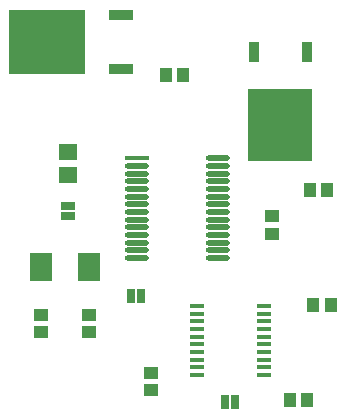
<source format=gtp>
G04*
G04 #@! TF.GenerationSoftware,Altium Limited,Altium Designer,23.2.1 (34)*
G04*
G04 Layer_Color=8421504*
%FSLAX25Y25*%
%MOIN*%
G70*
G04*
G04 #@! TF.SameCoordinates,7C5D3EEA-5F35-4E34-AFA4-0489F6894B71*
G04*
G04*
G04 #@! TF.FilePolarity,Positive*
G04*
G01*
G75*
%ADD15R,0.03960X0.05151*%
%ADD16R,0.03937X0.04921*%
%ADD17R,0.03543X0.07087*%
%ADD18R,0.21457X0.24410*%
G04:AMPARAMS|DCode=19|XSize=15.75mil|YSize=47.24mil|CornerRadius=1.97mil|HoleSize=0mil|Usage=FLASHONLY|Rotation=270.000|XOffset=0mil|YOffset=0mil|HoleType=Round|Shape=RoundedRectangle|*
%AMROUNDEDRECTD19*
21,1,0.01575,0.04331,0,0,270.0*
21,1,0.01181,0.04724,0,0,270.0*
1,1,0.00394,-0.02165,-0.00591*
1,1,0.00394,-0.02165,0.00591*
1,1,0.00394,0.02165,0.00591*
1,1,0.00394,0.02165,-0.00591*
%
%ADD19ROUNDEDRECTD19*%
%ADD20R,0.05151X0.03960*%
%ADD21R,0.02500X0.05000*%
%ADD22R,0.07480X0.09449*%
%ADD23R,0.25591X0.21654*%
%ADD24R,0.08268X0.03740*%
%ADD25R,0.06102X0.05512*%
%ADD26R,0.05000X0.02500*%
%ADD27R,0.08082X0.01791*%
G04:AMPARAMS|DCode=28|XSize=80.82mil|YSize=17.91mil|CornerRadius=8.96mil|HoleSize=0mil|Usage=FLASHONLY|Rotation=0.000|XOffset=0mil|YOffset=0mil|HoleType=Round|Shape=RoundedRectangle|*
%AMROUNDEDRECTD28*
21,1,0.08082,0.00000,0,0,0.0*
21,1,0.06291,0.01791,0,0,0.0*
1,1,0.01791,0.03146,0.00000*
1,1,0.01791,-0.03146,0.00000*
1,1,0.01791,-0.03146,0.00000*
1,1,0.01791,0.03146,0.00000*
%
%ADD28ROUNDEDRECTD28*%
%ADD29R,0.04921X0.03937*%
D15*
X118204Y83661D02*
D03*
X123922D02*
D03*
X111314Y13780D02*
D03*
X117032D02*
D03*
X69976Y122047D02*
D03*
X75694D02*
D03*
D16*
X125000Y45276D02*
D03*
X119095D02*
D03*
D17*
X117244Y129724D02*
D03*
X99291D02*
D03*
D18*
X108268Y105315D02*
D03*
D19*
X80315Y44980D02*
D03*
X80315Y42421D02*
D03*
X80315Y39862D02*
D03*
X80315Y37303D02*
D03*
X80315Y34744D02*
D03*
X80315Y32185D02*
D03*
X80315Y29626D02*
D03*
Y27067D02*
D03*
X80315Y24508D02*
D03*
X80315Y21949D02*
D03*
X102756Y44980D02*
D03*
X102756Y42421D02*
D03*
X102756Y39862D02*
D03*
X102756Y37303D02*
D03*
Y34744D02*
D03*
Y32185D02*
D03*
Y29626D02*
D03*
Y27067D02*
D03*
Y24508D02*
D03*
X102756Y21949D02*
D03*
D20*
X64961Y16826D02*
D03*
Y22544D02*
D03*
X28543Y42056D02*
D03*
Y36338D02*
D03*
X44291Y42056D02*
D03*
Y36338D02*
D03*
D21*
X93135Y12795D02*
D03*
X89935D02*
D03*
X58439Y48228D02*
D03*
X61639D02*
D03*
D22*
X44488Y57898D02*
D03*
X28346D02*
D03*
D23*
X30315Y132874D02*
D03*
D24*
X55118Y141851D02*
D03*
X55118Y123898D02*
D03*
D25*
X37402Y96260D02*
D03*
Y88779D02*
D03*
D26*
X37402Y74999D02*
D03*
Y78199D02*
D03*
D27*
X60334Y94217D02*
D03*
D28*
Y91658D02*
D03*
Y89099D02*
D03*
Y86540D02*
D03*
Y83980D02*
D03*
Y81421D02*
D03*
Y78862D02*
D03*
Y76303D02*
D03*
Y73744D02*
D03*
Y71185D02*
D03*
Y68626D02*
D03*
Y66067D02*
D03*
Y63508D02*
D03*
Y60949D02*
D03*
X87304D02*
D03*
Y63508D02*
D03*
Y66067D02*
D03*
Y68626D02*
D03*
Y71185D02*
D03*
Y73744D02*
D03*
Y76303D02*
D03*
Y78862D02*
D03*
Y81421D02*
D03*
Y83980D02*
D03*
Y86540D02*
D03*
Y89099D02*
D03*
Y91658D02*
D03*
Y94217D02*
D03*
D29*
X105315Y74803D02*
D03*
Y68898D02*
D03*
M02*

</source>
